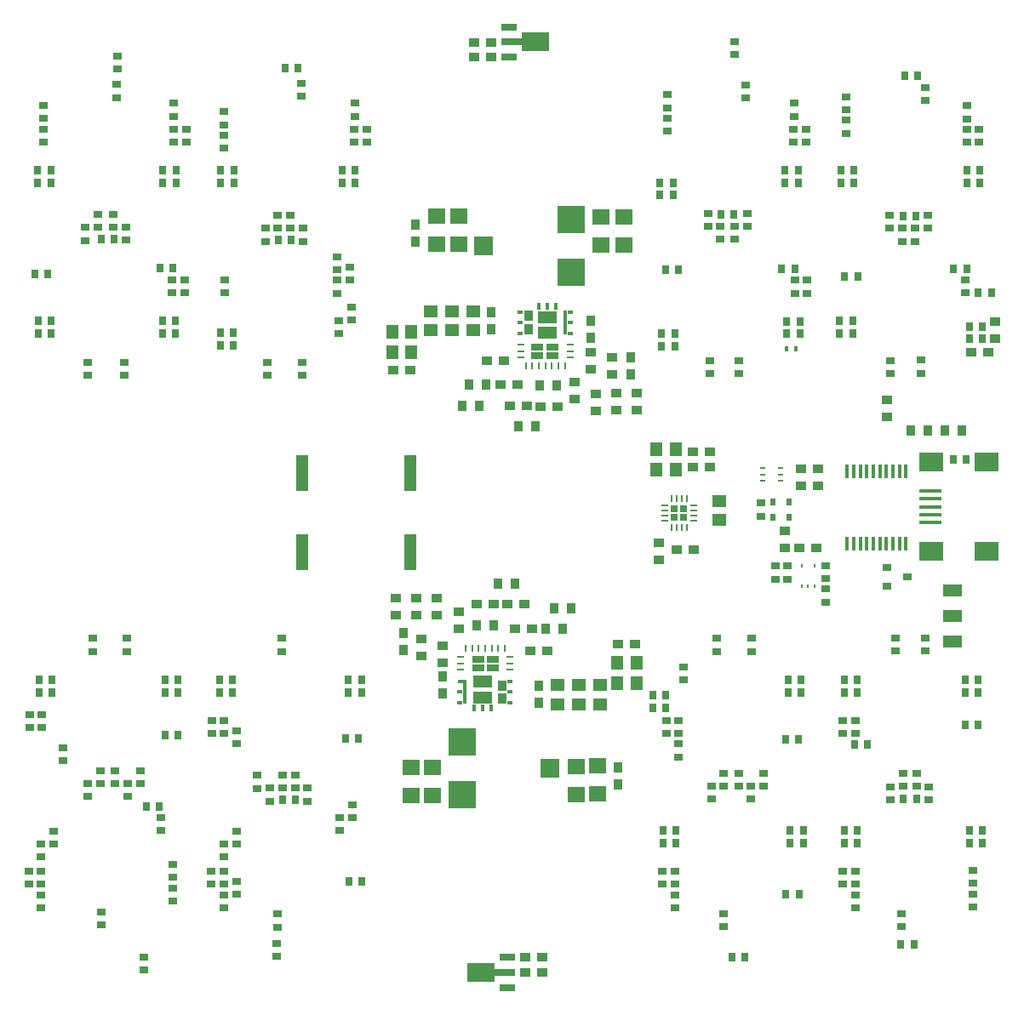
<source format=gtp>
G04 This is an RS-274x file exported by *
G04 gerbv version 2.6.0 *
G04 More information is available about gerbv at *
G04 http://gerbv.gpleda.org/ *
G04 --End of header info--*
%MOIN*%
%FSLAX34Y34*%
%IPPOS*%
G04 --Define apertures--*
%ADD10C,0.0039*%
%ADD11R,0.0236X0.0315*%
%ADD12R,0.0491X0.1397*%
%ADD13R,0.0767X0.0767*%
%ADD14R,0.1082X0.1082*%
%ADD15R,0.0413X0.0373*%
%ADD16R,0.0373X0.0413*%
%ADD17R,0.0491X0.0570*%
%ADD18R,0.0570X0.0491*%
%ADD19R,0.0688X0.0609*%
%ADD20R,0.0865X0.0176*%
%ADD21R,0.0964X0.0767*%
%ADD22R,0.0255X0.0334*%
%ADD23R,0.0334X0.0255*%
%ADD24R,0.0330X0.0290*%
%ADD25R,0.0240X0.0098*%
%ADD26R,0.0137X0.0570*%
%ADD27R,0.0374X0.0374*%
%ADD28R,0.0768X0.0480*%
%ADD29R,0.2185X0.1024*%
%ADD30R,0.2736X0.0531*%
%ADD31R,0.0610X0.0256*%
%ADD32R,0.0807X0.0256*%
%ADD33R,0.1063X0.0767*%
%ADD34R,0.0137X0.0216*%
%ADD35C,0.0374*%
%ADD36R,0.0100X0.0180*%
%ADD37R,0.1240X0.0374*%
%ADD38R,0.0374X0.1240*%
%ADD39R,0.0176X0.0098*%
%ADD40R,0.0098X0.0176*%
%ADD41R,0.0571X0.0571*%
%ADD42R,0.0098X0.0275*%
%ADD43R,0.0275X0.0098*%
%ADD44R,0.0256X0.0256*%
%ADD45R,0.0098X0.0255*%
%ADD46R,0.0255X0.0098*%
%ADD47R,0.0217X0.0150*%
%ADD48R,0.0150X0.0256*%
%ADD49R,0.0453X0.0256*%
%ADD50R,0.0757X0.0469*%
%ADD51R,0.0335X0.0433*%
%ADD52R,0.0130X0.0961*%
G04 --Start main section--*
G54D11*
G01X0069242Y-041151D03*
G01X0068592Y-041151D03*
G01X0069242Y-041761D03*
G01X0068592Y-041761D03*
G54D12*
G01X0050161Y-043121D03*
G01X0050161Y-040021D03*
G54D13*
G01X0059858Y-051588D03*
G54D14*
G01X0056433Y-050565D03*
G01X0056433Y-052611D03*
G54D13*
G01X0057271Y-031123D03*
G54D14*
G01X0060696Y-032146D03*
G01X0060696Y-030100D03*
G54D15*
G01X0053721Y-035984D03*
G01X0054389Y-035984D03*
G54D16*
G01X0061464Y-034733D03*
G01X0061464Y-034065D03*
G54D15*
G01X0058593Y-036548D03*
G01X0057925Y-036548D03*
G54D16*
G01X0059465Y-036596D03*
G01X0060133Y-036596D03*
G01X0057361Y-036548D03*
G01X0056693Y-036548D03*
G01X0057082Y-037375D03*
G01X0056414Y-037375D03*
G54D15*
G01X0061456Y-035941D03*
G01X0061456Y-035273D03*
G54D17*
G01X0054429Y-035275D03*
G01X0053681Y-035275D03*
G01X0054429Y-034488D03*
G01X0053681Y-034488D03*
G54D18*
G01X0055196Y-034429D03*
G01X0055196Y-033681D03*
G01X0056023Y-034429D03*
G01X0056023Y-033681D03*
G01X0056850Y-034429D03*
G01X0056850Y-033681D03*
G54D16*
G01X0057559Y-034389D03*
G01X0057559Y-033721D03*
G54D15*
G01X0058058Y-035635D03*
G01X0057390Y-035635D03*
G54D16*
G01X0054606Y-030295D03*
G01X0054606Y-030963D03*
G54D19*
G01X0056279Y-029960D03*
G01X0056279Y-031062D03*
G01X0055413Y-029960D03*
G01X0055413Y-031062D03*
G01X0061850Y-029980D03*
G01X0061850Y-031082D03*
G01X0062775Y-029980D03*
G01X0062775Y-031082D03*
G54D15*
G01X0061645Y-036907D03*
G01X0061645Y-037575D03*
G01X0063267Y-037548D03*
G01X0063267Y-036880D03*
G54D16*
G01X0063031Y-035492D03*
G01X0063031Y-036160D03*
G01X0059298Y-038194D03*
G01X0058630Y-038194D03*
G54D15*
G01X0059492Y-037422D03*
G01X0060160Y-037422D03*
G01X0058956Y-037375D03*
G01X0058288Y-037375D03*
G01X0062464Y-036876D03*
G01X0062464Y-037544D03*
G01X0062307Y-035478D03*
G01X0062307Y-036146D03*
G01X0060834Y-037134D03*
G01X0060834Y-036466D03*
G54D16*
G01X0059409Y-049034D03*
G01X0059409Y-048366D03*
G01X0055645Y-047998D03*
G01X0055645Y-048666D03*
G54D15*
G01X0058488Y-046103D03*
G01X0059156Y-046103D03*
G54D16*
G01X0057645Y-045970D03*
G01X0056977Y-045970D03*
G01X0059685Y-046103D03*
G01X0060353Y-046103D03*
G01X0060024Y-045304D03*
G01X0060692Y-045304D03*
G54D15*
G01X0055653Y-046777D03*
G01X0055653Y-047445D03*
G54D17*
G01X0062500Y-047440D03*
G01X0063248Y-047440D03*
G01X0062500Y-048267D03*
G01X0063248Y-048267D03*
G54D18*
G01X0061811Y-048326D03*
G01X0061811Y-049074D03*
G01X0060984Y-048326D03*
G01X0060984Y-049074D03*
G01X0060157Y-048326D03*
G01X0060157Y-049074D03*
G54D15*
G01X0062540Y-046732D03*
G01X0063208Y-046732D03*
G01X0059099Y-046985D03*
G01X0059767Y-046985D03*
G54D16*
G01X0062519Y-052223D03*
G01X0062519Y-051555D03*
G54D19*
G01X0060885Y-052607D03*
G01X0060885Y-051505D03*
G01X0061712Y-052587D03*
G01X0061712Y-051485D03*
G01X0055275Y-052657D03*
G01X0055275Y-051555D03*
G01X0054429Y-052657D03*
G01X0054429Y-051555D03*
G54D15*
G01X0055440Y-045579D03*
G01X0055440Y-044911D03*
G01X0053811Y-044907D03*
G01X0053811Y-045575D03*
G54D16*
G01X0054114Y-046948D03*
G01X0054114Y-046280D03*
G01X0057819Y-044340D03*
G01X0058487Y-044340D03*
G54D15*
G01X0057664Y-045151D03*
G01X0056996Y-045151D03*
G01X0058185Y-045159D03*
G01X0058853Y-045159D03*
G01X0054633Y-045579D03*
G01X0054633Y-044911D03*
G01X0054830Y-047193D03*
G01X0054830Y-046525D03*
G01X0056303Y-045439D03*
G01X0056303Y-046107D03*
G01X0064823Y-043011D03*
G01X0065491Y-043011D03*
G01X0066141Y-039783D03*
G01X0065473Y-039783D03*
G01X0066141Y-039173D03*
G01X0065473Y-039173D03*
G54D17*
G01X0064035Y-039074D03*
G01X0064783Y-039074D03*
G01X0064035Y-039881D03*
G01X0064783Y-039881D03*
G54D15*
G01X0064133Y-042736D03*
G01X0064133Y-043404D03*
G54D18*
G01X0066482Y-041857D03*
G01X0066482Y-041109D03*
G54D20*
G01X0074763Y-041338D03*
G01X0074763Y-041652D03*
G01X0074763Y-041967D03*
G01X0074763Y-041024D03*
G01X0074763Y-040709D03*
G54D21*
G01X0074803Y-043089D03*
G01X0074803Y-039587D03*
G01X0076948Y-043089D03*
G01X0076948Y-039587D03*
G54D22*
G01X0040314Y-028641D03*
G01X0039804Y-028641D03*
G54D23*
G01X0042905Y-025310D03*
G01X0042905Y-024800D03*
G01X0040039Y-025611D03*
G01X0040039Y-026121D03*
G54D22*
G01X0044705Y-028641D03*
G01X0045215Y-028641D03*
G54D23*
G01X0045137Y-027066D03*
G01X0045137Y-026556D03*
G54D22*
G01X0040314Y-028149D03*
G01X0039804Y-028149D03*
G54D23*
G01X0045137Y-025532D03*
G01X0045137Y-026042D03*
G54D22*
G01X0044705Y-028169D03*
G01X0045215Y-028169D03*
G54D23*
G01X0042775Y-029882D03*
G01X0042775Y-030392D03*
G01X0042145Y-029882D03*
G01X0042145Y-030392D03*
G01X0040039Y-027046D03*
G01X0040039Y-026536D03*
G54D22*
G01X0051713Y-028641D03*
G01X0052223Y-028641D03*
G01X0047479Y-028641D03*
G01X0046969Y-028641D03*
G54D23*
G01X0052204Y-027066D03*
G01X0052204Y-026556D03*
G54D22*
G01X0047479Y-028149D03*
G01X0046969Y-028149D03*
G54D23*
G01X0047106Y-025867D03*
G01X0047106Y-026377D03*
G01X0049685Y-029922D03*
G01X0049685Y-030432D03*
G54D22*
G01X0051713Y-028149D03*
G01X0052223Y-028149D03*
G54D23*
G01X0050149Y-035689D03*
G01X0050149Y-036199D03*
G01X0052224Y-025532D03*
G01X0052224Y-026042D03*
G01X0047106Y-027302D03*
G01X0047106Y-026792D03*
G01X0050137Y-025247D03*
G01X0050137Y-024737D03*
G54D22*
G01X0044685Y-034547D03*
G01X0045195Y-034547D03*
G01X0040333Y-034547D03*
G01X0039823Y-034547D03*
G54D23*
G01X0045059Y-032951D03*
G01X0045059Y-032441D03*
G54D22*
G01X0040186Y-032234D03*
G01X0039676Y-032234D03*
G01X0044587Y-031988D03*
G01X0045097Y-031988D03*
G01X0040333Y-034055D03*
G01X0039823Y-034055D03*
G54D23*
G01X0041771Y-035689D03*
G01X0041771Y-036199D03*
G54D22*
G01X0044685Y-034055D03*
G01X0045195Y-034055D03*
G54D23*
G01X0041653Y-030904D03*
G01X0041653Y-030394D03*
G01X0043259Y-030900D03*
G01X0043259Y-030390D03*
G01X0043208Y-035689D03*
G01X0043208Y-036199D03*
G54D22*
G01X0047459Y-034527D03*
G01X0046949Y-034527D03*
G54D23*
G01X0051594Y-034546D03*
G01X0051594Y-034036D03*
G01X0051535Y-032971D03*
G01X0051535Y-032461D03*
G01X0051535Y-031536D03*
G01X0051535Y-032046D03*
G54D22*
G01X0047459Y-035019D03*
G01X0046949Y-035019D03*
G54D23*
G01X0048799Y-035689D03*
G01X0048799Y-036199D03*
G01X0049192Y-029922D03*
G01X0049192Y-030432D03*
G01X0052086Y-033524D03*
G01X0052086Y-034034D03*
G01X0048740Y-030943D03*
G01X0048740Y-030433D03*
G01X0050177Y-030943D03*
G01X0050177Y-030433D03*
G01X0047125Y-032951D03*
G01X0047125Y-032441D03*
G54D22*
G01X0064684Y-028641D03*
G01X0064174Y-028641D03*
G01X0069075Y-028641D03*
G01X0069585Y-028641D03*
G54D23*
G01X0069389Y-027066D03*
G01X0069389Y-026556D03*
G01X0067519Y-025314D03*
G01X0067519Y-024804D03*
G01X0064468Y-026632D03*
G01X0064468Y-026122D03*
G54D22*
G01X0064684Y-029133D03*
G01X0064174Y-029133D03*
G01X0071918Y-032312D03*
G01X0071408Y-032312D03*
G54D23*
G01X0067578Y-029843D03*
G01X0067578Y-030353D03*
G01X0069409Y-025532D03*
G01X0069409Y-026042D03*
G54D22*
G01X0069075Y-028169D03*
G01X0069585Y-028169D03*
G54D23*
G01X0064468Y-025197D03*
G01X0064468Y-025707D03*
G54D22*
G01X0071770Y-028641D03*
G01X0071260Y-028641D03*
G01X0076182Y-028641D03*
G01X0076692Y-028641D03*
G54D23*
G01X0076181Y-027066D03*
G01X0076181Y-026556D03*
G01X0074551Y-025428D03*
G01X0074551Y-024918D03*
G01X0073169Y-029922D03*
G01X0073169Y-030432D03*
G01X0071456Y-025276D03*
G01X0071456Y-025786D03*
G54D22*
G01X0071770Y-028149D03*
G01X0071260Y-028149D03*
G54D23*
G01X0074665Y-029922D03*
G01X0074665Y-030432D03*
G54D22*
G01X0076182Y-028149D03*
G01X0076692Y-028149D03*
G54D23*
G01X0076181Y-025630D03*
G01X0076181Y-026140D03*
G01X0071456Y-026711D03*
G01X0071456Y-026201D03*
G54D22*
G01X0064743Y-034547D03*
G01X0064233Y-034547D03*
G01X0069134Y-034547D03*
G01X0069644Y-034547D03*
G54D23*
G01X0069448Y-032971D03*
G01X0069448Y-032461D03*
G01X0066535Y-030865D03*
G01X0066535Y-030355D03*
G01X0067086Y-030865D03*
G01X0067086Y-030355D03*
G01X0066122Y-035611D03*
G01X0066122Y-036121D03*
G54D22*
G01X0064743Y-035039D03*
G01X0064233Y-035039D03*
G01X0068937Y-032007D03*
G01X0069447Y-032007D03*
G54D23*
G01X0066043Y-029843D03*
G01X0066043Y-030353D03*
G54D22*
G01X0064900Y-032047D03*
G01X0064390Y-032047D03*
G01X0069134Y-034074D03*
G01X0069644Y-034074D03*
G01X0071711Y-034547D03*
G01X0071201Y-034547D03*
G01X0076280Y-034763D03*
G01X0076790Y-034763D03*
G54D23*
G01X0076141Y-032951D03*
G01X0076141Y-032441D03*
G54D22*
G01X0075670Y-032007D03*
G01X0076180Y-032007D03*
G54D23*
G01X0074173Y-030943D03*
G01X0074173Y-030433D03*
G01X0073661Y-030943D03*
G01X0073661Y-030433D03*
G54D22*
G01X0071711Y-034055D03*
G01X0071201Y-034055D03*
G54D23*
G01X0074397Y-035595D03*
G01X0074397Y-036105D03*
G01X0067263Y-035615D03*
G01X0067263Y-036125D03*
G54D22*
G01X0076280Y-034281D03*
G01X0076790Y-034281D03*
G54D23*
G01X0073188Y-035611D03*
G01X0073188Y-036121D03*
G54D22*
G01X0076280Y-054035D03*
G01X0076790Y-054035D03*
G01X0071888Y-054035D03*
G01X0071378Y-054035D03*
G54D23*
G01X0071830Y-055611D03*
G01X0071830Y-056121D03*
G54D22*
G01X0076122Y-049881D03*
G01X0076632Y-049881D03*
G54D23*
G01X0076417Y-055571D03*
G01X0076417Y-056081D03*
G01X0071830Y-057046D03*
G01X0071830Y-056536D03*
G54D22*
G01X0076280Y-054527D03*
G01X0076790Y-054527D03*
G54D23*
G01X0073208Y-052814D03*
G01X0073208Y-052304D03*
G54D22*
G01X0071888Y-054527D03*
G01X0071378Y-054527D03*
G54D23*
G01X0076417Y-057026D03*
G01X0076417Y-056516D03*
G01X0073610Y-057292D03*
G01X0073610Y-057802D03*
G54D22*
G01X0069272Y-054035D03*
G01X0069782Y-054035D03*
G01X0064802Y-054035D03*
G01X0064292Y-054035D03*
G54D23*
G01X0064763Y-055611D03*
G01X0064763Y-056121D03*
G01X0066649Y-057276D03*
G01X0066649Y-057786D03*
G54D22*
G01X0069085Y-050442D03*
G01X0069595Y-050442D03*
G54D23*
G01X0064763Y-057046D03*
G01X0064763Y-056536D03*
G54D22*
G01X0069272Y-054527D03*
G01X0069782Y-054527D03*
G54D23*
G01X0066181Y-052794D03*
G01X0066181Y-052284D03*
G54D22*
G01X0064802Y-054527D03*
G01X0064292Y-054527D03*
G01X0064408Y-049212D03*
G01X0063898Y-049212D03*
G01X0069105Y-056505D03*
G01X0069615Y-056505D03*
G01X0076122Y-048110D03*
G01X0076632Y-048110D03*
G01X0071908Y-048129D03*
G01X0071398Y-048129D03*
G54D23*
G01X0071811Y-049705D03*
G01X0071811Y-050215D03*
G01X0073700Y-051792D03*
G01X0073700Y-052302D03*
G01X0074212Y-051792D03*
G01X0074212Y-052302D03*
G54D22*
G01X0072292Y-050669D03*
G01X0071782Y-050669D03*
G01X0076122Y-048622D03*
G01X0076632Y-048622D03*
G54D23*
G01X0073405Y-046987D03*
G01X0073405Y-046477D03*
G54D22*
G01X0071908Y-048622D03*
G01X0071398Y-048622D03*
G54D23*
G01X0074547Y-046987D03*
G01X0074547Y-046477D03*
G01X0074704Y-052814D03*
G01X0074704Y-052304D03*
G54D22*
G01X0069193Y-048129D03*
G01X0069703Y-048129D03*
G54D23*
G01X0065078Y-048129D03*
G01X0065078Y-047619D03*
G01X0064901Y-049705D03*
G01X0064901Y-050215D03*
G01X0066673Y-051772D03*
G01X0066673Y-052282D03*
G01X0067263Y-051772D03*
G01X0067263Y-052282D03*
G01X0064901Y-051140D03*
G01X0064901Y-050630D03*
G54D22*
G01X0069193Y-048622D03*
G01X0069703Y-048622D03*
G54D23*
G01X0066397Y-047006D03*
G01X0066397Y-046496D03*
G01X0067775Y-047006D03*
G01X0067775Y-046496D03*
G54D22*
G01X0064408Y-048720D03*
G01X0063898Y-048720D03*
G54D23*
G01X0067736Y-052794D03*
G01X0067736Y-052284D03*
G01X0051633Y-054034D03*
G01X0051633Y-053524D03*
G01X0047578Y-054036D03*
G01X0047578Y-054546D03*
G01X0047086Y-055611D03*
G01X0047086Y-056121D03*
G01X0049192Y-057294D03*
G01X0049192Y-057804D03*
G01X0048897Y-052873D03*
G01X0048897Y-052363D03*
G01X0047578Y-056024D03*
G01X0047578Y-056534D03*
G01X0052125Y-053012D03*
G01X0052125Y-053522D03*
G01X0050374Y-052873D03*
G01X0050374Y-052363D03*
G01X0047086Y-055058D03*
G01X0047086Y-054548D03*
G01X0047086Y-057046D03*
G01X0047086Y-056536D03*
G54D22*
G01X0051979Y-056013D03*
G01X0052489Y-056013D03*
G54D23*
G01X0044622Y-054034D03*
G01X0044622Y-053524D03*
G01X0040433Y-054036D03*
G01X0040433Y-054546D03*
G01X0039940Y-055611D03*
G01X0039940Y-056121D03*
G01X0045098Y-055355D03*
G01X0045098Y-055865D03*
G01X0045098Y-056790D03*
G01X0045098Y-056280D03*
G01X0043287Y-047006D03*
G01X0043287Y-046496D03*
G54D22*
G01X0044065Y-053080D03*
G01X0044575Y-053080D03*
G54D23*
G01X0041771Y-052695D03*
G01X0041771Y-052185D03*
G01X0039940Y-055058D03*
G01X0039940Y-054548D03*
G01X0039940Y-057046D03*
G01X0039940Y-056536D03*
G01X0042283Y-057215D03*
G01X0042283Y-057725D03*
G54D22*
G01X0051969Y-048129D03*
G01X0052479Y-048129D03*
G01X0047420Y-048129D03*
G01X0046910Y-048129D03*
G54D23*
G01X0047106Y-049705D03*
G01X0047106Y-050215D03*
G01X0049389Y-051851D03*
G01X0049389Y-052361D03*
G01X0049881Y-051851D03*
G01X0049881Y-052361D03*
G01X0047598Y-050119D03*
G01X0047598Y-050629D03*
G54D22*
G01X0051969Y-048622D03*
G01X0052479Y-048622D03*
G54D23*
G01X0049350Y-047006D03*
G01X0049350Y-046496D03*
G01X0048405Y-051861D03*
G01X0048405Y-052371D03*
G54D22*
G01X0047420Y-048622D03*
G01X0046910Y-048622D03*
G01X0051861Y-050403D03*
G01X0052371Y-050403D03*
G01X0044784Y-048129D03*
G01X0045294Y-048129D03*
G01X0040373Y-048129D03*
G01X0039863Y-048129D03*
G54D23*
G01X0039970Y-049479D03*
G01X0039970Y-049989D03*
G01X0042263Y-051674D03*
G01X0042263Y-052184D03*
G01X0042834Y-051674D03*
G01X0042834Y-052184D03*
G54D22*
G01X0044784Y-050295D03*
G01X0045294Y-050295D03*
G01X0044784Y-048622D03*
G01X0045294Y-048622D03*
G54D23*
G01X0043326Y-052695D03*
G01X0043326Y-052185D03*
G54D22*
G01X0040373Y-048622D03*
G01X0039863Y-048622D03*
G54D23*
G01X0040797Y-050788D03*
G01X0040797Y-051298D03*
G01X0041948Y-047006D03*
G01X0041948Y-046496D03*
G54D24*
G01X0073064Y-043704D03*
G01X0073064Y-044464D03*
G01X0073864Y-044084D03*
G54D15*
G01X0070354Y-040530D03*
G01X0070354Y-039862D03*
G01X0069685Y-039862D03*
G01X0069685Y-040530D03*
G54D22*
G01X0076170Y-039478D03*
G01X0075660Y-039478D03*
G54D25*
G01X0068905Y-040334D03*
G01X0068181Y-040078D03*
G01X0068905Y-039822D03*
G01X0068905Y-040078D03*
G01X0068181Y-039822D03*
G01X0068181Y-040334D03*
G54D16*
G01X0074645Y-038346D03*
G01X0073977Y-038346D03*
G01X0075315Y-038346D03*
G01X0075983Y-038346D03*
G54D26*
G01X0071502Y-042790D03*
G01X0071758Y-042790D03*
G01X0072014Y-042790D03*
G01X0072270Y-042790D03*
G01X0072526Y-042790D03*
G01X0072780Y-042790D03*
G01X0073036Y-042790D03*
G01X0073292Y-042790D03*
G01X0073548Y-042790D03*
G01X0073804Y-042790D03*
G01X0073804Y-039936D03*
G01X0073548Y-039936D03*
G01X0073292Y-039936D03*
G01X0073036Y-039936D03*
G01X0072780Y-039936D03*
G01X0072526Y-039936D03*
G01X0072270Y-039936D03*
G01X0072014Y-039936D03*
G01X0071758Y-039936D03*
G01X0071502Y-039936D03*
G54D28*
G01X0075629Y-045610D03*
G01X0075629Y-046614D03*
G01X0075629Y-044606D03*
G54D31*
G01X0058188Y-060177D03*
G54D32*
G01X0058090Y-059586D03*
G54D31*
G01X0058188Y-058995D03*
G54D33*
G01X0057145Y-059586D03*
G54D15*
G01X0058878Y-059586D03*
G01X0059546Y-059586D03*
G01X0058878Y-058996D03*
G01X0059546Y-058996D03*
G54D23*
G01X0068129Y-041201D03*
G01X0068129Y-041711D03*
G54D15*
G01X0070294Y-042952D03*
G01X0069626Y-042952D03*
G01X0076368Y-035275D03*
G01X0077036Y-035275D03*
G54D23*
G01X0045629Y-027066D03*
G01X0045629Y-026556D03*
G01X0069881Y-027066D03*
G01X0069881Y-026556D03*
G01X0071338Y-055611D03*
G01X0071338Y-056121D03*
G01X0046594Y-055611D03*
G01X0046594Y-056121D03*
G01X0052696Y-027066D03*
G01X0052696Y-026556D03*
G01X0076673Y-027066D03*
G01X0076673Y-026556D03*
G01X0064271Y-055611D03*
G01X0064271Y-056121D03*
G01X0039448Y-055611D03*
G01X0039448Y-056121D03*
G01X0045551Y-032951D03*
G01X0045551Y-032441D03*
G01X0069921Y-032971D03*
G01X0069921Y-032461D03*
G01X0071318Y-049705D03*
G01X0071318Y-050215D03*
G01X0046614Y-049705D03*
G01X0046614Y-050215D03*
G01X0052027Y-032459D03*
G01X0052027Y-031949D03*
G54D22*
G01X0076634Y-032952D03*
G01X0077144Y-032952D03*
G54D23*
G01X0064409Y-049705D03*
G01X0064409Y-050215D03*
G01X0039478Y-049479D03*
G01X0039478Y-049989D03*
G54D15*
G01X0073051Y-037146D03*
G01X0073051Y-037814D03*
G01X0077283Y-034743D03*
G01X0077283Y-034075D03*
G01X0069055Y-042952D03*
G01X0069055Y-042284D03*
G54D34*
G01X0069134Y-035157D03*
G01X0069488Y-035157D03*
G54D15*
G01X0057558Y-023157D03*
G01X0056890Y-023157D03*
G01X0057558Y-023716D03*
G01X0056890Y-023716D03*
G54D12*
G01X0054381Y-043121D03*
G01X0054381Y-040021D03*
G54D31*
G01X0058263Y-022542D03*
G54D32*
G01X0058361Y-023133D03*
G54D31*
G01X0058263Y-023724D03*
G54D33*
G01X0059306Y-023133D03*
G54D23*
G01X0042913Y-023682D03*
G01X0042913Y-024192D03*
G54D22*
G01X0049489Y-024153D03*
G01X0049999Y-024153D03*
G01X0042284Y-030846D03*
G01X0042794Y-030846D03*
G01X0049723Y-030885D03*
G01X0049213Y-030885D03*
G54D23*
G01X0067096Y-023621D03*
G01X0067096Y-023111D03*
G54D22*
G01X0073760Y-024468D03*
G01X0074270Y-024468D03*
G01X0067066Y-029901D03*
G01X0066556Y-029901D03*
G01X0073682Y-029960D03*
G01X0074192Y-029960D03*
G01X0074113Y-058484D03*
G01X0073603Y-058484D03*
G01X0067499Y-058996D03*
G01X0066989Y-058996D03*
G01X0073701Y-052775D03*
G01X0074211Y-052775D03*
G54D23*
G01X0068228Y-051772D03*
G01X0068228Y-052282D03*
G01X0049173Y-058955D03*
G01X0049173Y-058445D03*
G01X0043966Y-058987D03*
G01X0043966Y-059497D03*
G54D22*
G01X0049390Y-052834D03*
G01X0049900Y-052834D03*
G54D23*
G01X0043818Y-051674D03*
G01X0043818Y-052184D03*
G01X0070669Y-045077D03*
G01X0070669Y-044567D03*
G54D36*
G01X0069710Y-044455D03*
G01X0070210Y-044455D03*
G01X0069710Y-043655D03*
G01X0069960Y-044455D03*
G01X0070210Y-043655D03*
G54D23*
G01X0069173Y-043662D03*
G01X0069173Y-044172D03*
G01X0068700Y-043662D03*
G01X0068700Y-044172D03*
G54D42*
G01X0065214Y-041015D03*
G01X0065017Y-041015D03*
G01X0064821Y-041015D03*
G01X0064624Y-041015D03*
G54D43*
G01X0064349Y-041290D03*
G01X0064349Y-041487D03*
G01X0064349Y-041683D03*
G01X0064349Y-041880D03*
G54D42*
G01X0064624Y-042155D03*
G01X0064821Y-042155D03*
G01X0065017Y-042155D03*
G01X0065214Y-042155D03*
G54D43*
G01X0065489Y-041880D03*
G01X0065489Y-041683D03*
G01X0065489Y-041487D03*
G01X0065489Y-041290D03*
G54D44*
G01X0065096Y-041408D03*
G01X0065096Y-041763D03*
G01X0064742Y-041408D03*
G01X0064742Y-041763D03*
G54D45*
G01X0058917Y-035816D03*
G01X0059173Y-035816D03*
G01X0059429Y-035816D03*
G01X0059685Y-035816D03*
G01X0059940Y-035816D03*
G01X0060196Y-035816D03*
G01X0060452Y-035816D03*
G54D46*
G01X0060649Y-035501D03*
G01X0060649Y-035245D03*
G01X0060649Y-034989D03*
G01X0058721Y-035501D03*
G01X0058721Y-035245D03*
G01X0058721Y-034989D03*
G54D47*
G01X0058700Y-033710D03*
G01X0058700Y-034123D03*
G01X0058700Y-034536D03*
G01X0060669Y-033710D03*
G01X0060669Y-034123D03*
G01X0060659Y-034536D03*
G54D48*
G01X0059773Y-033483D03*
G01X0059438Y-033483D03*
G01X0060108Y-033483D03*
G54D49*
G01X0059960Y-035078D03*
G01X0059370Y-035078D03*
G01X0059370Y-035412D03*
G01X0059960Y-035412D03*
G54D50*
G01X0059773Y-034517D03*
G01X0059773Y-033906D03*
G54D51*
G01X0059025Y-034379D03*
G01X0059025Y-033867D03*
G54D52*
G01X0060472Y-034123D03*
G54D45*
G01X0058089Y-046902D03*
G01X0057833Y-046902D03*
G01X0057577Y-046902D03*
G01X0057322Y-046902D03*
G01X0057066Y-046902D03*
G01X0056810Y-046902D03*
G01X0056554Y-046902D03*
G54D46*
G01X0056358Y-047218D03*
G01X0056358Y-047474D03*
G01X0056358Y-047730D03*
G01X0058286Y-047218D03*
G01X0058286Y-047474D03*
G01X0058286Y-047730D03*
G54D47*
G01X0058306Y-049008D03*
G01X0058306Y-048595D03*
G01X0058306Y-048182D03*
G01X0056337Y-049008D03*
G01X0056337Y-048595D03*
G01X0056347Y-048182D03*
G54D48*
G01X0057233Y-049235D03*
G01X0057568Y-049235D03*
G01X0056898Y-049235D03*
G54D49*
G01X0057046Y-047640D03*
G01X0057636Y-047640D03*
G01X0057636Y-047306D03*
G01X0057046Y-047306D03*
G54D50*
G01X0057233Y-048201D03*
G01X0057233Y-048812D03*
G54D51*
G01X0057981Y-048339D03*
G01X0057981Y-048851D03*
G54D52*
G01X0056534Y-048595D03*
G54D23*
G01X0070669Y-043652D03*
G01X0070669Y-044162D03*
M02*

</source>
